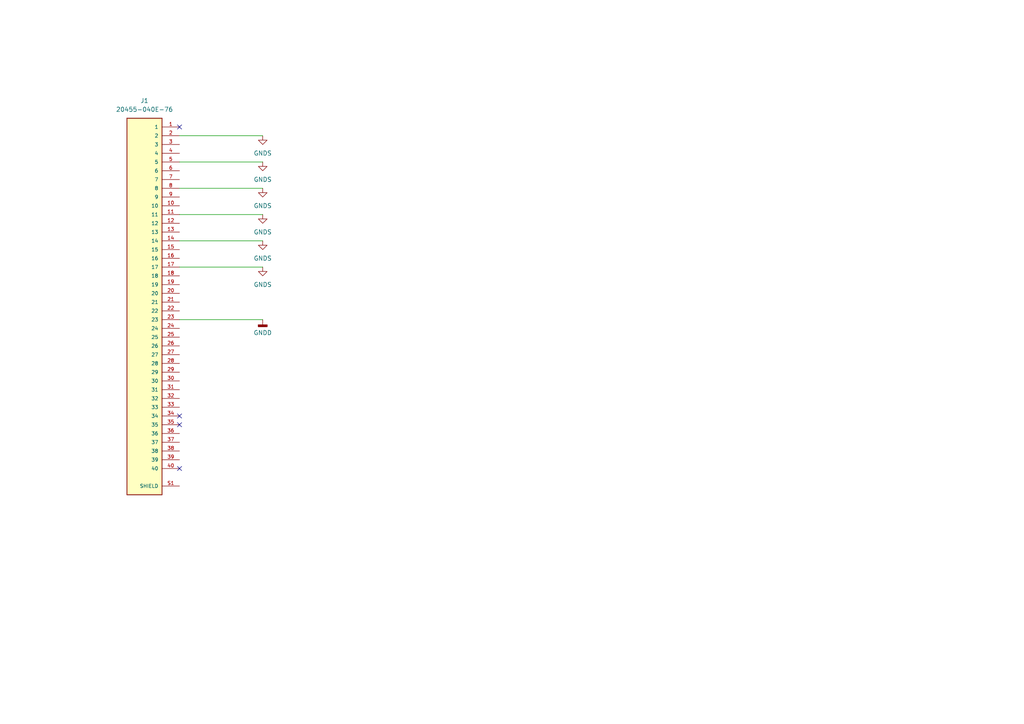
<source format=kicad_sch>
(kicad_sch (version 20250114) (generator "eeschema") (generator_version "9.0")
  (paper "A4")
  (lib_symbols
    (symbol "20455-040E-76:20455-040E-76" (pin_names (offset 1.016))
      (property "Reference" "J" (at -5.08 54.102 0))
      (property "Value" "20455-040E-76" (at -5.08 -58.42 0))
      (symbol "20455-040E-76_0_0"
        (rectangle (start -5.08 -55.88) (end 5.08 53.34) (stroke (width 0.254)) (fill (type background)))
        (pin passive line (at -10.16 50.8 0) (length 5.08) (name "1") (number "1"))
        (pin passive line (at -10.16 48.26 0) (length 5.08) (name "2") (number "2"))
        (pin passive line (at -10.16 45.72 0) (length 5.08) (name "3") (number "3"))
        (pin passive line (at -10.16 43.18 0) (length 5.08) (name "4") (number "4"))
        (pin passive line (at -10.16 40.64 0) (length 5.08) (name "5") (number "5"))
        (pin passive line (at -10.16 38.1 0) (length 5.08) (name "6") (number "6"))
        (pin passive line (at -10.16 35.56 0) (length 5.08) (name "7") (number "7"))
        (pin passive line (at -10.16 33.02 0) (length 5.08) (name "8") (number "8"))
        (pin passive line (at -10.16 30.48 0) (length 5.08) (name "9") (number "9"))
        (pin passive line (at -10.16 27.94 0) (length 5.08) (name "10") (number "10"))
        (pin passive line (at -10.16 25.4 0) (length 5.08) (name "11") (number "11"))
        (pin passive line (at -10.16 22.86 0) (length 5.08) (name "12") (number "12"))
        (pin passive line (at -10.16 20.32 0) (length 5.08) (name "13") (number "13"))
        (pin passive line (at -10.16 17.78 0) (length 5.08) (name "14") (number "14"))
        (pin passive line (at -10.16 15.24 0) (length 5.08) (name "15") (number "15"))
        (pin passive line (at -10.16 12.7 0) (length 5.08) (name "16") (number "16"))
        (pin passive line (at -10.16 10.16 0) (length 5.08) (name "17") (number "17"))
        (pin passive line (at -10.16 7.62 0) (length 5.08) (name "18") (number "18"))
        (pin passive line (at -10.16 5.08 0) (length 5.08) (name "19") (number "19"))
        (pin passive line (at -10.16 2.54 0) (length 5.08) (name "20") (number "20"))
        (pin passive line (at -10.16 0 0) (length 5.08) (name "21") (number "21"))
        (pin passive line (at -10.16 -2.54 0) (length 5.08) (name "22") (number "22"))
        (pin passive line (at -10.16 -5.08 0) (length 5.08) (name "23") (number "23"))
        (pin passive line (at -10.16 -7.62 0) (length 5.08) (name "24") (number "24"))
        (pin passive line (at -10.16 -10.16 0) (length 5.08) (name "25") (number "25"))
        (pin passive line (at -10.16 -12.7 0) (length 5.08) (name "26") (number "26"))
        (pin passive line (at -10.16 -15.24 0) (length 5.08) (name "27") (number "27"))
        (pin passive line (at -10.16 -17.78 0) (length 5.08) (name "28") (number "28"))
        (pin passive line (at -10.16 -20.32 0) (length 5.08) (name "29") (number "29"))
        (pin passive line (at -10.16 -22.86 0) (length 5.08) (name "30") (number "30"))
        (pin passive line (at -10.16 -25.4 0) (length 5.08) (name "31") (number "31"))
        (pin passive line (at -10.16 -27.94 0) (length 5.08) (name "32") (number "32"))
        (pin passive line (at -10.16 -30.48 0) (length 5.08) (name "33") (number "33"))
        (pin passive line (at -10.16 -33.02 0) (length 5.08) (name "34") (number "34"))
        (pin passive line (at -10.16 -35.56 0) (length 5.08) (name "35") (number "35"))
        (pin passive line (at -10.16 -38.1 0) (length 5.08) (name "36") (number "36"))
        (pin passive line (at -10.16 -40.64 0) (length 5.08) (name "37") (number "37"))
        (pin passive line (at -10.16 -43.18 0) (length 5.08) (name "38") (number "38"))
        (pin passive line (at -10.16 -45.72 0) (length 5.08) (name "39") (number "39"))
        (pin passive line (at -10.16 -48.26 0) (length 5.08) (name "40") (number "40"))
        (pin passive line (at -10.16 -53.34 0) (length 5.08) (name "SHIELD") (number "S1"))
        (pin passive line (at -10.16 -53.34 0) (length 5.08) (hide yes) (name "SHIELD") (number "S2"))
        (pin passive line (at -10.16 -53.34 0) (length 5.08) (hide yes) (name "SHIELD") (number "S3"))
        (pin passive line (at -10.16 -53.34 0) (length 5.08) (hide yes) (name "SHIELD") (number "S4"))
      )
    )
    (symbol "power:GNDD" (power) (pin_numbers (hide yes)) (pin_names (offset 0) (hide yes))
      (property "Value" "GNDD" (at 0 -3.175 0))
      (symbol "GNDD_0_1"
        (rectangle (start -1.27 -1.524) (end 1.27 -2.032) (stroke (width 0.254)) (fill (type outline)))
        (polyline (pts (xy 0 0) (xy 0 -1.524)))
      )
      (symbol "GNDD_1_1"
        (pin power_in line (at 0 0 270) (length 0) (name "~") (number "1"))
      )
    )
    (symbol "power:GNDS" (power) (pin_numbers (hide yes)) (pin_names (offset 0) (hide yes))
      (property "Value" "GNDS" (at 0 -3.81 0))
      (symbol "GNDS_0_1"
        (polyline (pts (xy 0 0) (xy 0 -1.27) (xy 1.27 -1.27) (xy 0 -2.54) (xy -1.27 -1.27) (xy 0 -1.27)))
      )
      (symbol "GNDS_1_1"
        (pin power_in line (at 0 0 270) (length 0) (name "~") (number "1"))
      )
    )
  )
  (no_connect (at 52.07 120.65))
  (no_connect (at 52.07 123.19))
  (no_connect (at 52.07 135.89))
  (no_connect (at 52.07 36.83))
  (wire (pts (xy 76.2 54.61) (xy 52.07 54.61)))
  (wire (pts (xy 76.2 62.23) (xy 52.07 62.23)))
  (wire (pts (xy 76.2 46.99) (xy 52.07 46.99)))
  (wire (pts (xy 76.2 92.71) (xy 52.07 92.71)))
  (wire (pts (xy 76.2 69.85) (xy 52.07 69.85)))
  (wire (pts (xy 76.2 39.37) (xy 52.07 39.37)))
  (wire (pts (xy 76.2 77.47) (xy 52.07 77.47)))
  (symbol (lib_id "power:GNDS") (at 76.2 77.47 0) (unit 1)
    (property "Reference" "#PWR05" (effects (hide yes)))
    (property "Value" "GNDS" (at 76.2 82.55 0))
    (property "Description" "Power symbol creates a global label with name \"GNDS\" , signal ground" (effects (hide yes)))
  )
  (symbol (lib_id "power:GNDS") (at 76.2 54.61 0) (unit 1)
    (property "Reference" "#PWR02" (effects (hide yes)))
    (property "Value" "GNDS" (at 76.2 59.69 0))
    (property "Description" "Power symbol creates a global label with name \"GNDS\" , signal ground" (effects (hide yes)))
  )
  (symbol (lib_id "power:GNDD") (at 76.2 92.71 0) (unit 1)
    (property "Reference" "#PWR08" (effects (hide yes)))
    (property "Value" "GNDD" (at 76.2 96.52 0))
    (property "Description" "Power symbol creates a global label with name \"GNDD\" , digital ground" (effects (hide yes)))
  )
  (symbol (lib_id "power:GNDS") (at 76.2 62.23 0) (unit 1)
    (property "Reference" "#PWR03" (effects (hide yes)))
    (property "Value" "GNDS" (at 76.2 67.31 0))
    (property "Description" "Power symbol creates a global label with name \"GNDS\" , signal ground" (effects (hide yes)))
  )
  (symbol (lib_id "power:GNDS") (at 76.2 69.85 0) (unit 1)
    (property "Reference" "#PWR04" (effects (hide yes)))
    (property "Value" "GNDS" (at 76.2 74.93 0))
    (property "Description" "Power symbol creates a global label with name \"GNDS\" , signal ground" (effects (hide yes)))
  )
  (symbol (lib_id "power:GNDS") (at 76.2 39.37 0) (unit 1)
    (property "Reference" "#PWR07" (effects (hide yes)))
    (property "Value" "GNDS" (at 76.2 44.45 0))
    (property "Description" "Power symbol creates a global label with name \"GNDS\" , signal ground" (effects (hide yes)))
  )
  (symbol (lib_id "20455-040E-76:20455-040E-76") (at 41.91 87.63 0) (mirror y) (unit 1)
    (property "Reference" "J1" (at 41.91 29.21 0))
    (property "Value" "20455-040E-76" (at 41.91 31.75 0))
    (property "Footprint" "20455-040E-76:IPEX_20455-040E-76" (effects (hide yes)))
    (property "MF" "I-PEX" (effects (hide yes)))
    (property "Description_1" "40 POS Right Angle SMD 0.5 mm pitch, Horizontal mating type Micro-coaxial and FPC connector with mechanical lock (VESA standard connector) CABLINE-VS Receptacle" (effects (hide yes)))
    (property "Package" "None" (effects (hide yes)))
    (property "Price" "None" (effects (hide yes)))
    (property "Check_prices" "https://www.snapeda.com/parts/20455-040E-76/I-PEX/view-part/?ref=eda" (effects (hide yes)))
    (property "STANDARD" "Manufacturer Recommendations" (effects (hide yes)))
    (property "SnapEDA_Link" "https://www.snapeda.com/parts/20455-040E-76/I-PEX/view-part/?ref=snap" (effects (hide yes)))
    (property "MP" "20455-040E-76" (effects (hide yes)))
    (property "Availability" "In Stock" (effects (hide yes)))
    (property "MANUFACTURER" "I-PEX" (effects (hide yes)))
  )
  (symbol (lib_id "power:GNDS") (at 76.2 46.99 0) (unit 1)
    (property "Reference" "#PWR01" (effects (hide yes)))
    (property "Value" "GNDS" (at 76.2 52.07 0))
    (property "Description" "Power symbol creates a global label with name \"GNDS\" , signal ground" (effects (hide yes)))
  )
)
</source>
